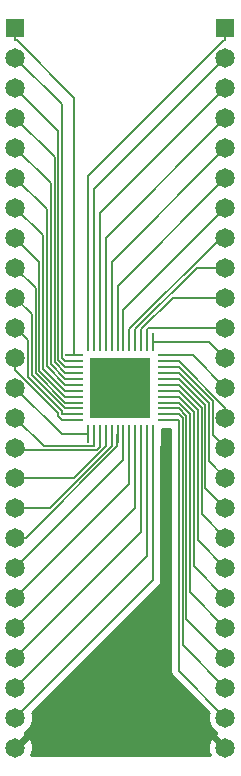
<source format=gtl>
G04 (created by PCBNEW (2013-03-31 BZR 4008)-stable) date 8/2/2013 1:38:20 PM*
%MOIN*%
G04 Gerber Fmt 3.4, Leading zero omitted, Abs format*
%FSLAX34Y34*%
G01*
G70*
G90*
G04 APERTURE LIST*
%ADD10C,0.006*%
%ADD11R,0.0629701X0.0098*%
%ADD12R,0.0098X0.0629701*%
%ADD13R,0.2008X0.2008*%
%ADD14R,0.0649606X0.0649606*%
%ADD15C,0.0649606*%
%ADD16C,0.035*%
%ADD17C,0.00629921*%
%ADD18C,0.01*%
G04 APERTURE END LIST*
G54D10*
G54D11*
X13964Y-19918D03*
X13964Y-20114D03*
X13964Y-20312D03*
X13964Y-20509D03*
X13964Y-20705D03*
X13964Y-20902D03*
X13964Y-21099D03*
X13964Y-21296D03*
X13964Y-21493D03*
X13964Y-21690D03*
X13964Y-21887D03*
X13964Y-22083D03*
X17035Y-20507D03*
X17035Y-20311D03*
X17035Y-20114D03*
X17035Y-19917D03*
G54D12*
X15205Y-22535D03*
X15401Y-22535D03*
X15598Y-22535D03*
X15795Y-22535D03*
X15992Y-22535D03*
X16189Y-22535D03*
X16386Y-22535D03*
X16583Y-22535D03*
G54D13*
X15500Y-21000D03*
G54D12*
X14418Y-22535D03*
X14614Y-22535D03*
X14812Y-22535D03*
X15008Y-22535D03*
G54D11*
X17035Y-22082D03*
X17035Y-21885D03*
X17035Y-21689D03*
X17035Y-21492D03*
X17035Y-21295D03*
X17035Y-21098D03*
X17035Y-20901D03*
X17035Y-20704D03*
G54D12*
X16583Y-19464D03*
X16386Y-19464D03*
X16189Y-19464D03*
X15993Y-19464D03*
X15796Y-19464D03*
X15599Y-19464D03*
X15402Y-19464D03*
X15205Y-19464D03*
X15008Y-19464D03*
X14811Y-19464D03*
X14615Y-19464D03*
X14417Y-19464D03*
G54D14*
X12000Y-9000D03*
G54D15*
X12000Y-10000D03*
X12000Y-11000D03*
X12000Y-12000D03*
X12000Y-13000D03*
X12000Y-14000D03*
X12000Y-15000D03*
X12000Y-16000D03*
X12000Y-17000D03*
X12000Y-18000D03*
X12000Y-19000D03*
X12000Y-20000D03*
X12000Y-21000D03*
X12000Y-22000D03*
X12000Y-23000D03*
X12000Y-24000D03*
X12000Y-25000D03*
X12000Y-26000D03*
X12000Y-27000D03*
X12000Y-28000D03*
X12000Y-29000D03*
X12000Y-30000D03*
X12000Y-31000D03*
X12000Y-32000D03*
X12000Y-33000D03*
G54D14*
X19000Y-9000D03*
G54D15*
X19000Y-10000D03*
X19000Y-11000D03*
X19000Y-12000D03*
X19000Y-13000D03*
X19000Y-14000D03*
X19000Y-15000D03*
X19000Y-16000D03*
X19000Y-17000D03*
X19000Y-18000D03*
X19000Y-19000D03*
X19000Y-20000D03*
X19000Y-21000D03*
X19000Y-22000D03*
X19000Y-23000D03*
X19000Y-24000D03*
X19000Y-25000D03*
X19000Y-26000D03*
X19000Y-27000D03*
X19000Y-28000D03*
X19000Y-29000D03*
X19000Y-30000D03*
X19000Y-31000D03*
X19000Y-32000D03*
X19000Y-33000D03*
G54D16*
X15500Y-21500D03*
G54D17*
X19000Y-21669D02*
X17444Y-20114D01*
X19000Y-22000D02*
X19000Y-21669D01*
X17035Y-20114D02*
X17444Y-20114D01*
X17444Y-21492D02*
X17035Y-21492D01*
X17823Y-21871D02*
X17444Y-21492D01*
X17823Y-27823D02*
X17823Y-21871D01*
X19000Y-29000D02*
X17823Y-27823D01*
X17035Y-21097D02*
X17444Y-21097D01*
X18076Y-21729D02*
X17444Y-21097D01*
X18076Y-26076D02*
X18076Y-21729D01*
X19000Y-27000D02*
X18076Y-26076D01*
X17035Y-20900D02*
X17444Y-20900D01*
X18202Y-21658D02*
X17444Y-20900D01*
X18202Y-25202D02*
X18202Y-21658D01*
X19000Y-26000D02*
X18202Y-25202D01*
X15205Y-16795D02*
X15205Y-19464D01*
X19000Y-13000D02*
X15205Y-16795D01*
X15599Y-18400D02*
X15599Y-19464D01*
X19000Y-15000D02*
X15599Y-18400D01*
X15402Y-17597D02*
X15402Y-19464D01*
X19000Y-14000D02*
X15402Y-17597D01*
X15007Y-15992D02*
X19000Y-12000D01*
X15007Y-19464D02*
X15007Y-15992D01*
X14810Y-15189D02*
X14810Y-19464D01*
X19000Y-11000D02*
X14810Y-15189D01*
X18048Y-17000D02*
X19000Y-17000D01*
X15992Y-19055D02*
X18048Y-17000D01*
X15992Y-19464D02*
X15992Y-19055D01*
X16441Y-19000D02*
X16385Y-19055D01*
X19000Y-19000D02*
X16441Y-19000D01*
X16385Y-19464D02*
X16385Y-19055D01*
X17035Y-20704D02*
X17444Y-20704D01*
X18328Y-21587D02*
X17444Y-20704D01*
X18328Y-24328D02*
X18328Y-21587D01*
X19000Y-25000D02*
X18328Y-24328D01*
X17244Y-18000D02*
X19000Y-18000D01*
X16189Y-19055D02*
X17244Y-18000D01*
X16189Y-19464D02*
X16189Y-19055D01*
X18851Y-16000D02*
X15795Y-19055D01*
X19000Y-16000D02*
X18851Y-16000D01*
X15795Y-19464D02*
X15795Y-19055D01*
X14615Y-14385D02*
X14615Y-19464D01*
X19000Y-10000D02*
X14615Y-14385D01*
X14417Y-13949D02*
X14417Y-19464D01*
X18947Y-9419D02*
X14417Y-13949D01*
X19000Y-9419D02*
X18947Y-9419D01*
X19000Y-9000D02*
X19000Y-9419D01*
X16582Y-27417D02*
X16582Y-22535D01*
X12000Y-32000D02*
X16582Y-27417D01*
X15500Y-21500D02*
X15500Y-21000D01*
X17444Y-30444D02*
X17444Y-22082D01*
X19000Y-32000D02*
X17444Y-30444D01*
X17035Y-22082D02*
X17444Y-22082D01*
X13964Y-11331D02*
X13964Y-19917D01*
X12052Y-9419D02*
X13964Y-11331D01*
X12000Y-9419D02*
X12052Y-9419D01*
X12000Y-9000D02*
X12000Y-9419D01*
X13663Y-21492D02*
X13964Y-21492D01*
X12672Y-20501D02*
X13663Y-21492D01*
X12672Y-17672D02*
X12672Y-20501D01*
X12000Y-17000D02*
X12672Y-17672D01*
X13663Y-21295D02*
X13964Y-21295D01*
X12798Y-20430D02*
X13663Y-21295D01*
X12798Y-16798D02*
X12798Y-20430D01*
X12000Y-16000D02*
X12798Y-16798D01*
X18454Y-21516D02*
X17444Y-20507D01*
X18454Y-23454D02*
X18454Y-21516D01*
X19000Y-24000D02*
X18454Y-23454D01*
X17035Y-20507D02*
X17444Y-20507D01*
X13663Y-21099D02*
X13964Y-21099D01*
X12924Y-20359D02*
X13663Y-21099D01*
X12924Y-15924D02*
X12924Y-20359D01*
X12000Y-15000D02*
X12924Y-15924D01*
X13663Y-20902D02*
X13964Y-20902D01*
X13050Y-20288D02*
X13663Y-20902D01*
X13050Y-15050D02*
X13050Y-20288D01*
X12000Y-14000D02*
X13050Y-15050D01*
X13662Y-20705D02*
X13964Y-20705D01*
X13176Y-20218D02*
X13662Y-20705D01*
X13176Y-14176D02*
X13176Y-20218D01*
X12000Y-13000D02*
X13176Y-14176D01*
X13663Y-20509D02*
X13964Y-20509D01*
X13302Y-20148D02*
X13663Y-20509D01*
X13302Y-13302D02*
X13302Y-20148D01*
X12000Y-12000D02*
X13302Y-13302D01*
X13664Y-20312D02*
X13964Y-20312D01*
X13429Y-20076D02*
X13664Y-20312D01*
X13429Y-12429D02*
X13429Y-20076D01*
X12000Y-11000D02*
X13429Y-12429D01*
X13663Y-21690D02*
X13964Y-21690D01*
X12546Y-20572D02*
X13663Y-21690D01*
X12546Y-18546D02*
X12546Y-20572D01*
X12000Y-18000D02*
X12546Y-18546D01*
X12944Y-22944D02*
X14614Y-22944D01*
X12000Y-22000D02*
X12944Y-22944D01*
X14614Y-22535D02*
X14614Y-22944D01*
X15597Y-23402D02*
X15597Y-22535D01*
X12000Y-27000D02*
X15597Y-23402D01*
X12345Y-26000D02*
X15400Y-22944D01*
X12000Y-26000D02*
X12345Y-26000D01*
X15400Y-22535D02*
X15400Y-22944D01*
X13149Y-25000D02*
X15205Y-22944D01*
X12000Y-25000D02*
X13149Y-25000D01*
X15205Y-22535D02*
X15205Y-22944D01*
X17035Y-20310D02*
X17444Y-20310D01*
X18580Y-21446D02*
X17444Y-20310D01*
X18580Y-22580D02*
X18580Y-21446D01*
X18580Y-22580D02*
X18580Y-22580D01*
X19000Y-23000D02*
X18580Y-22580D01*
X13952Y-24000D02*
X15007Y-22944D01*
X12000Y-24000D02*
X13952Y-24000D01*
X15007Y-22535D02*
X15007Y-22944D01*
X12072Y-23072D02*
X12000Y-23000D01*
X14701Y-23072D02*
X12072Y-23072D01*
X14812Y-22962D02*
X14701Y-23072D01*
X14812Y-22535D02*
X14812Y-22962D01*
X16385Y-26614D02*
X16385Y-22535D01*
X12000Y-31000D02*
X16385Y-26614D01*
X13964Y-22082D02*
X13555Y-22082D01*
X13428Y-21956D02*
X13555Y-22082D01*
X13428Y-21830D02*
X13428Y-21956D01*
X12000Y-20401D02*
X13428Y-21830D01*
X12000Y-20000D02*
X12000Y-20401D01*
X15992Y-25007D02*
X15992Y-22535D01*
X12000Y-29000D02*
X15992Y-25007D01*
X12420Y-19420D02*
X12000Y-19000D01*
X12420Y-20643D02*
X12420Y-19420D01*
X13555Y-21778D02*
X12420Y-20643D01*
X13555Y-21887D02*
X13555Y-21778D01*
X13964Y-21887D02*
X13555Y-21887D01*
X15795Y-24205D02*
X15795Y-22535D01*
X12000Y-28000D02*
X15795Y-24205D01*
X13663Y-20114D02*
X13964Y-20114D01*
X13555Y-20006D02*
X13663Y-20114D01*
X13555Y-11555D02*
X13555Y-20006D01*
X12000Y-10000D02*
X13555Y-11555D01*
X16189Y-25810D02*
X16189Y-22535D01*
X12000Y-30000D02*
X16189Y-25810D01*
X13535Y-22535D02*
X14417Y-22535D01*
X12000Y-21000D02*
X13535Y-22535D01*
X17917Y-19917D02*
X17035Y-19917D01*
X19000Y-21000D02*
X17917Y-19917D01*
X18464Y-19464D02*
X16582Y-19464D01*
X19000Y-20000D02*
X18464Y-19464D01*
X17035Y-21295D02*
X17444Y-21295D01*
X17950Y-21800D02*
X17444Y-21295D01*
X17950Y-26950D02*
X17950Y-21800D01*
X19000Y-28000D02*
X17950Y-26950D01*
X17035Y-21885D02*
X17444Y-21885D01*
X17571Y-29571D02*
X19000Y-31000D01*
X17571Y-22011D02*
X17571Y-29571D01*
X17444Y-21885D02*
X17571Y-22011D01*
X17035Y-21689D02*
X17444Y-21689D01*
X17697Y-28697D02*
X19000Y-30000D01*
X17697Y-21941D02*
X17697Y-28697D01*
X17444Y-21689D02*
X17697Y-21941D01*
G54D10*
G36*
X15557Y-21050D02*
X15550Y-21050D01*
X15550Y-21057D01*
X15450Y-21057D01*
X15450Y-21050D01*
X15442Y-21050D01*
X15442Y-20950D01*
X15450Y-20950D01*
X15450Y-20942D01*
X15550Y-20942D01*
X15550Y-20950D01*
X15557Y-20950D01*
X15557Y-21050D01*
X15557Y-21050D01*
G37*
G54D18*
X15557Y-21050D02*
X15550Y-21050D01*
X15550Y-21057D01*
X15450Y-21057D01*
X15450Y-21050D01*
X15442Y-21050D01*
X15442Y-20950D01*
X15450Y-20950D01*
X15450Y-20942D01*
X15550Y-20942D01*
X15550Y-20950D01*
X15557Y-20950D01*
X15557Y-21050D01*
G54D10*
G36*
X19076Y-33005D02*
X19005Y-33076D01*
X19000Y-33070D01*
X18994Y-33076D01*
X18923Y-33005D01*
X18929Y-33000D01*
X18596Y-32666D01*
X18498Y-32697D01*
X18420Y-32912D01*
X18431Y-33140D01*
X18468Y-33230D01*
X12527Y-33230D01*
X12579Y-33087D01*
X12568Y-32859D01*
X12501Y-32697D01*
X12403Y-32666D01*
X12070Y-33000D01*
X12076Y-33005D01*
X12005Y-33076D01*
X12000Y-33070D01*
X11994Y-33076D01*
X11923Y-33005D01*
X11929Y-33000D01*
X11923Y-32994D01*
X11994Y-32923D01*
X12000Y-32929D01*
X12333Y-32596D01*
X12302Y-32498D01*
X12301Y-32497D01*
X12325Y-32487D01*
X12487Y-32326D01*
X12574Y-32114D01*
X12574Y-31886D01*
X12556Y-31841D01*
X16782Y-27616D01*
X16782Y-27616D01*
X16843Y-27524D01*
X16864Y-27417D01*
X16864Y-27417D01*
X16864Y-22942D01*
X16881Y-22900D01*
X16882Y-22800D01*
X16882Y-22381D01*
X17163Y-22381D01*
X17163Y-30444D01*
X17184Y-30552D01*
X17245Y-30643D01*
X18443Y-31841D01*
X18425Y-31885D01*
X18425Y-32113D01*
X18512Y-32325D01*
X18673Y-32487D01*
X18699Y-32497D01*
X18697Y-32498D01*
X18666Y-32596D01*
X19000Y-32929D01*
X19005Y-32923D01*
X19076Y-32994D01*
X19070Y-33000D01*
X19076Y-33005D01*
X19076Y-33005D01*
G37*
G54D18*
X19076Y-33005D02*
X19005Y-33076D01*
X19000Y-33070D01*
X18994Y-33076D01*
X18923Y-33005D01*
X18929Y-33000D01*
X18596Y-32666D01*
X18498Y-32697D01*
X18420Y-32912D01*
X18431Y-33140D01*
X18468Y-33230D01*
X12527Y-33230D01*
X12579Y-33087D01*
X12568Y-32859D01*
X12501Y-32697D01*
X12403Y-32666D01*
X12070Y-33000D01*
X12076Y-33005D01*
X12005Y-33076D01*
X12000Y-33070D01*
X11994Y-33076D01*
X11923Y-33005D01*
X11929Y-33000D01*
X11923Y-32994D01*
X11994Y-32923D01*
X12000Y-32929D01*
X12333Y-32596D01*
X12302Y-32498D01*
X12301Y-32497D01*
X12325Y-32487D01*
X12487Y-32326D01*
X12574Y-32114D01*
X12574Y-31886D01*
X12556Y-31841D01*
X16782Y-27616D01*
X16782Y-27616D01*
X16843Y-27524D01*
X16864Y-27417D01*
X16864Y-27417D01*
X16864Y-22942D01*
X16881Y-22900D01*
X16882Y-22800D01*
X16882Y-22381D01*
X17163Y-22381D01*
X17163Y-30444D01*
X17184Y-30552D01*
X17245Y-30643D01*
X18443Y-31841D01*
X18425Y-31885D01*
X18425Y-32113D01*
X18512Y-32325D01*
X18673Y-32487D01*
X18699Y-32497D01*
X18697Y-32498D01*
X18666Y-32596D01*
X19000Y-32929D01*
X19005Y-32923D01*
X19076Y-32994D01*
X19070Y-33000D01*
X19076Y-33005D01*
M02*

</source>
